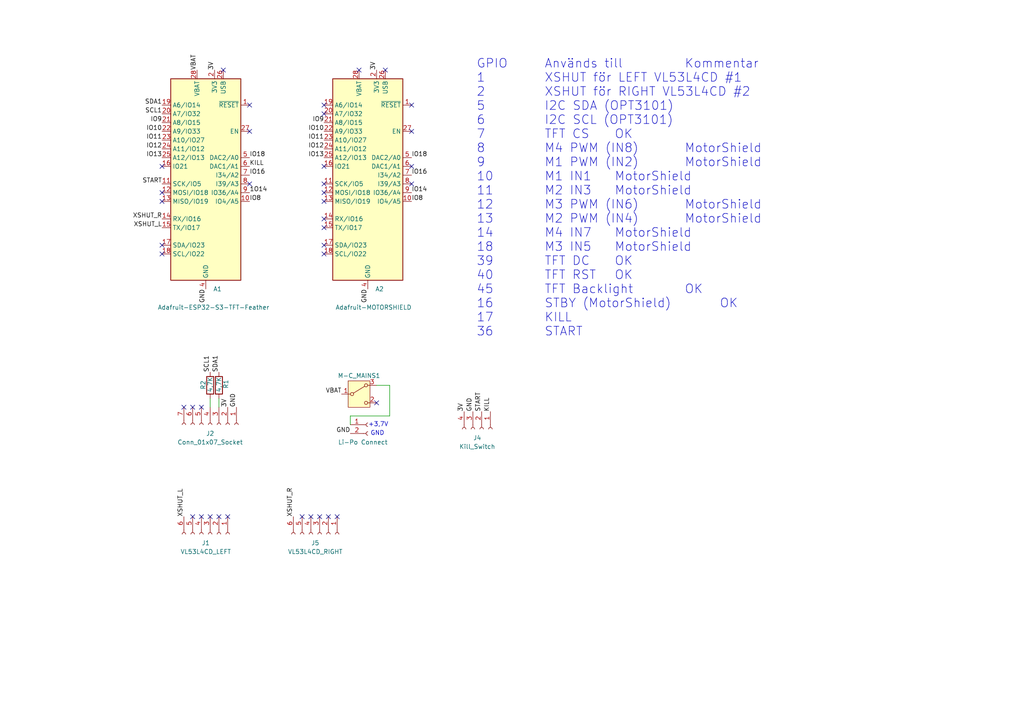
<source format=kicad_sch>
(kicad_sch (version 20250114) (generator "eeschema") (generator_version "9.0")
  (paper "A4")
  (title_block (title "Panzer_PCB") (date "2025-04-09") (rev "1") (company "Ghost Division Panzer"))
  (lib_symbols
    (symbol "Connector:Conn_01x02_Socket" (pin_names (offset 1.016) (hide yes))
      (property "Reference" "J" (at 0 2.54 0))
      (property "Value" "Conn_01x02_Socket" (at 0 -5.08 0))
      (symbol "Conn_01x02_Socket_1_1"
        (polyline (pts (xy -1.27 0) (xy -0.508 0)) (stroke (width 0.1524)))
        (polyline (pts (xy -1.27 -2.54) (xy -0.508 -2.54)) (stroke (width 0.1524)))
        (arc (start 0 -0.508) (mid -0.5058 0) (end 0 0.508) (stroke (width 0.1524)))
        (arc (start 0 -3.048) (mid -0.5058 -2.54) (end 0 -2.032) (stroke (width 0.1524)))
        (pin passive line (at -5.08 0 0) (length 3.81) (name "Pin_1") (number "1"))
        (pin passive line (at -5.08 -2.54 0) (length 3.81) (name "Pin_2") (number "2"))
      )
    )
    (symbol "Connector:Conn_01x04_Socket" (pin_names (offset 1.016) (hide yes))
      (property "Reference" "J" (at 0 5.08 0))
      (property "Value" "Conn_01x04_Socket" (at 0 -7.62 0))
      (symbol "Conn_01x04_Socket_1_1"
        (polyline (pts (xy -1.27 2.54) (xy -0.508 2.54)) (stroke (width 0.1524)))
        (polyline (pts (xy -1.27 0) (xy -0.508 0)) (stroke (width 0.1524)))
        (polyline (pts (xy -1.27 -2.54) (xy -0.508 -2.54)) (stroke (width 0.1524)))
        (polyline (pts (xy -1.27 -5.08) (xy -0.508 -5.08)) (stroke (width 0.1524)))
        (arc (start 0 2.032) (mid -0.5058 2.54) (end 0 3.048) (stroke (width 0.1524)))
        (arc (start 0 -0.508) (mid -0.5058 0) (end 0 0.508) (stroke (width 0.1524)))
        (arc (start 0 -3.048) (mid -0.5058 -2.54) (end 0 -2.032) (stroke (width 0.1524)))
        (arc (start 0 -5.588) (mid -0.5058 -5.08) (end 0 -4.572) (stroke (width 0.1524)))
        (pin passive line (at -5.08 2.54 0) (length 3.81) (name "Pin_1") (number "1"))
        (pin passive line (at -5.08 0 0) (length 3.81) (name "Pin_2") (number "2"))
        (pin passive line (at -5.08 -2.54 0) (length 3.81) (name "Pin_3") (number "3"))
        (pin passive line (at -5.08 -5.08 0) (length 3.81) (name "Pin_4") (number "4"))
      )
    )
    (symbol "Connector:Conn_01x06_Socket" (pin_names (offset 1.016) (hide yes))
      (property "Reference" "J" (at 0 7.62 0))
      (property "Value" "Conn_01x06_Socket" (at 0 -10.16 0))
      (symbol "Conn_01x06_Socket_1_1"
        (polyline (pts (xy -1.27 5.08) (xy -0.508 5.08)) (stroke (width 0.1524)))
        (polyline (pts (xy -1.27 2.54) (xy -0.508 2.54)) (stroke (width 0.1524)))
        (polyline (pts (xy -1.27 0) (xy -0.508 0)) (stroke (width 0.1524)))
        (polyline (pts (xy -1.27 -2.54) (xy -0.508 -2.54)) (stroke (width 0.1524)))
        (polyline (pts (xy -1.27 -5.08) (xy -0.508 -5.08)) (stroke (width 0.1524)))
        (polyline (pts (xy -1.27 -7.62) (xy -0.508 -7.62)) (stroke (width 0.1524)))
        (arc (start 0 4.572) (mid -0.5058 5.08) (end 0 5.588) (stroke (width 0.1524)))
        (arc (start 0 2.032) (mid -0.5058 2.54) (end 0 3.048) (stroke (width 0.1524)))
        (arc (start 0 -0.508) (mid -0.5058 0) (end 0 0.508) (stroke (width 0.1524)))
        (arc (start 0 -3.048) (mid -0.5058 -2.54) (end 0 -2.032) (stroke (width 0.1524)))
        (arc (start 0 -5.588) (mid -0.5058 -5.08) (end 0 -4.572) (stroke (width 0.1524)))
        (arc (start 0 -8.128) (mid -0.5058 -7.62) (end 0 -7.112) (stroke (width 0.1524)))
        (pin passive line (at -5.08 5.08 0) (length 3.81) (name "Pin_1") (number "1"))
        (pin passive line (at -5.08 2.54 0) (length 3.81) (name "Pin_2") (number "2"))
        (pin passive line (at -5.08 0 0) (length 3.81) (name "Pin_3") (number "3"))
        (pin passive line (at -5.08 -2.54 0) (length 3.81) (name "Pin_4") (number "4"))
        (pin passive line (at -5.08 -5.08 0) (length 3.81) (name "Pin_5") (number "5"))
        (pin passive line (at -5.08 -7.62 0) (length 3.81) (name "Pin_6") (number "6"))
      )
    )
    (symbol "Connector:Conn_01x07_Socket" (pin_names (offset 1.016) (hide yes))
      (property "Reference" "J" (at 0 10.16 0))
      (property "Value" "Conn_01x07_Socket" (at 0 -10.16 0))
      (symbol "Conn_01x07_Socket_1_1"
        (polyline (pts (xy -1.27 7.62) (xy -0.508 7.62)) (stroke (width 0.1524)))
        (polyline (pts (xy -1.27 5.08) (xy -0.508 5.08)) (stroke (width 0.1524)))
        (polyline (pts (xy -1.27 2.54) (xy -0.508 2.54)) (stroke (width 0.1524)))
        (polyline (pts (xy -1.27 0) (xy -0.508 0)) (stroke (width 0.1524)))
        (polyline (pts (xy -1.27 -2.54) (xy -0.508 -2.54)) (stroke (width 0.1524)))
        (polyline (pts (xy -1.27 -5.08) (xy -0.508 -5.08)) (stroke (width 0.1524)))
        (polyline (pts (xy -1.27 -7.62) (xy -0.508 -7.62)) (stroke (width 0.1524)))
        (arc (start 0 7.112) (mid -0.5058 7.62) (end 0 8.128) (stroke (width 0.1524)))
        (arc (start 0 4.572) (mid -0.5058 5.08) (end 0 5.588) (stroke (width 0.1524)))
        (arc (start 0 2.032) (mid -0.5058 2.54) (end 0 3.048) (stroke (width 0.1524)))
        (arc (start 0 -0.508) (mid -0.5058 0) (end 0 0.508) (stroke (width 0.1524)))
        (arc (start 0 -3.048) (mid -0.5058 -2.54) (end 0 -2.032) (stroke (width 0.1524)))
        (arc (start 0 -5.588) (mid -0.5058 -5.08) (end 0 -4.572) (stroke (width 0.1524)))
        (arc (start 0 -8.128) (mid -0.5058 -7.62) (end 0 -7.112) (stroke (width 0.1524)))
        (pin passive line (at -5.08 7.62 0) (length 3.81) (name "Pin_1") (number "1"))
        (pin passive line (at -5.08 5.08 0) (length 3.81) (name "Pin_2") (number "2"))
        (pin passive line (at -5.08 2.54 0) (length 3.81) (name "Pin_3") (number "3"))
        (pin passive line (at -5.08 0 0) (length 3.81) (name "Pin_4") (number "4"))
        (pin passive line (at -5.08 -2.54 0) (length 3.81) (name "Pin_5") (number "5"))
        (pin passive line (at -5.08 -5.08 0) (length 3.81) (name "Pin_6") (number "6"))
        (pin passive line (at -5.08 -7.62 0) (length 3.81) (name "Pin_7") (number "7"))
      )
    )
    (symbol "Device:R" (pin_numbers (hide yes)) (pin_names (offset 0))
      (property "Reference" "R" (at 2.032 0 90))
      (property "Value" "R" (at 0 0 90))
      (symbol "R_0_1"
        (rectangle (start -1.016 -2.54) (end 1.016 2.54) (stroke (width 0.254)))
      )
      (symbol "R_1_1"
        (pin passive line (at 0 3.81 270) (length 1.27) (name "~") (number "1"))
        (pin passive line (at 0 -3.81 90) (length 1.27) (name "~") (number "2"))
      )
    )
    (symbol "MCU_Module:Adafruit_Feather_HUZZAH32_ESP32"
      (property "Reference" "A" (at -10.16 29.21 0))
      (property "Value" "Adafruit_Feather_HUZZAH32_ESP32" (at 2.54 -31.75 0))
      (symbol "Adafruit_Feather_HUZZAH32_ESP32_0_1"
        (rectangle (start -10.16 27.94) (end 10.16 -30.48) (stroke (width 0.254)) (fill (type background)))
      )
      (symbol "Adafruit_Feather_HUZZAH32_ESP32_1_1"
        (pin bidirectional line (at -12.7 20.32 0) (length 2.54) (name "A6/IO14") (number "19"))
        (pin bidirectional line (at -12.7 17.78 0) (length 2.54) (name "A7/IO32") (number "20"))
        (pin bidirectional line (at -12.7 15.24 0) (length 2.54) (name "A8/IO15") (number "21"))
        (pin bidirectional line (at -12.7 12.7 0) (length 2.54) (name "A9/IO33") (number "22"))
        (pin bidirectional line (at -12.7 10.16 0) (length 2.54) (name "A10/IO27") (number "23"))
        (pin bidirectional line (at -12.7 7.62 0) (length 2.54) (name "A11/IO12") (number "24"))
        (pin bidirectional line (at -12.7 5.08 0) (length 2.54) (name "A12/IO13") (number "25"))
        (pin bidirectional line (at -12.7 2.54 0) (length 2.54) (name "IO21") (number "16"))
        (pin bidirectional line (at -12.7 -2.54 0) (length 2.54) (name "SCK/IO5") (number "11"))
        (pin bidirectional line (at -12.7 -5.08 0) (length 2.54) (name "MOSI/IO18") (number "12"))
        (pin bidirectional line (at -12.7 -7.62 0) (length 2.54) (name "MISO/IO19") (number "13"))
        (pin bidirectional line (at -12.7 -12.7 0) (length 2.54) (name "RX/IO16") (number "14"))
        (pin bidirectional line (at -12.7 -15.24 0) (length 2.54) (name "TX/IO17") (number "15"))
        (pin bidirectional line (at -12.7 -20.32 0) (length 2.54) (name "SDA/IO23") (number "17"))
        (pin bidirectional line (at -12.7 -22.86 0) (length 2.54) (name "SCL/IO22") (number "18"))
        (pin power_in line (at -2.54 30.48 270) (length 2.54) (name "VBAT") (number "28"))
        (pin power_in line (at 0 -33.02 90) (length 2.54) (name "GND") (number "4"))
        (pin power_in line (at 2.54 30.48 270) (length 2.54) (name "3V3") (number "2"))
        (pin power_in line (at 5.08 30.48 270) (length 2.54) (name "USB") (number "26"))
        (pin no_connect line (at 10.16 10.16 180) (length 2.54) (hide yes) (name "NC") (number "3"))
        (pin input line (at 12.7 20.32 180) (length 2.54) (name "~{RESET}") (number "1"))
        (pin input line (at 12.7 12.7 180) (length 2.54) (name "EN") (number "27"))
        (pin bidirectional line (at 12.7 5.08 180) (length 2.54) (name "DAC2/A0") (number "5"))
        (pin bidirectional line (at 12.7 2.54 180) (length 2.54) (name "DAC1/A1") (number "6"))
        (pin bidirectional line (at 12.7 0 180) (length 2.54) (name "I34/A2") (number "7"))
        (pin bidirectional line (at 12.7 -2.54 180) (length 2.54) (name "I39/A3") (number "8"))
        (pin bidirectional line (at 12.7 -5.08 180) (length 2.54) (name "IO36/A4") (number "9"))
        (pin bidirectional line (at 12.7 -7.62 180) (length 2.54) (name "IO4/A5") (number "10"))
      )
    )
    (symbol "Switch:SW_Wuerth_450301014042" (pin_names (offset 1) (hide yes))
      (property "Reference" "SW" (at 0 5.08 0))
      (property "Value" "SW_Wuerth_450301014042" (at 0 -5.08 0))
      (symbol "SW_Wuerth_450301014042_0_1"
        (circle (center -2.032 0) (radius 0.4572))
        (polyline (pts (xy -1.651 0.254) (xy 1.651 2.286)))
        (circle (center 2.032 2.54) (radius 0.4572))
        (circle (center 2.032 -2.54) (radius 0.4572))
      )
      (symbol "SW_Wuerth_450301014042_1_1"
        (rectangle (start -3.175 3.81) (end 3.175 -3.81) (fill (type background)))
        (pin passive line (at -5.08 0 0) (length 2.54) (name "B") (number "1"))
        (pin passive line (at 5.08 2.54 180) (length 2.54) (name "A") (number "3"))
        (pin passive line (at 5.08 -2.54 180) (length 2.54) (name "C") (number "2"))
      )
    )
  )
  (text "+3,7V" (at 109.728 123.19 0) (effects (font (size 1.27 1.27))))
  (text "GND" (at 109.474 125.73 0) (effects (font (size 1.27 1.27))))
  (text "GPIO	Används till	Kommentar\n1		XSHUT för LEFT VL53L4CD #1\n2		XSHUT för RIGHT VL53L4CD #2\n5		I2C SDA (OPT3101)	 \n6		I2C SCL (OPT3101)\n7		TFT CS	OK\n8		M4 PWM (IN8)	MotorShield\n9		M1 PWM (IN2)	MotorShield\n10		M1 IN1	MotorShield\n11		M2 IN3	MotorShield\n12		M3 PWM (IN6)	MotorShield\n13		M2 PWM (IN4)	MotorShield\n14		M4 IN7	MotorShield\n18		M3 IN5	MotorShield\n39		TFT DC	OK\n40		TFT RST	OK\n45		TFT Backlight	OK\n16		STBY (MotorShield)	OK\n17		KILL\n36		START" (at 138.176 57.404 0) (effects (font (size 2.54 2.54)) (justify left)))
  (no_connect (at 58.42 118.11))
  (no_connect (at 93.98 33.02))
  (no_connect (at 53.34 118.11))
  (no_connect (at 46.99 73.66))
  (no_connect (at 90.17 149.86))
  (no_connect (at 46.99 55.88))
  (no_connect (at 93.98 58.42))
  (no_connect (at 66.04 149.86))
  (no_connect (at 97.79 149.86))
  (no_connect (at 93.98 55.88))
  (no_connect (at 95.25 149.86))
  (no_connect (at 64.77 20.32))
  (no_connect (at 93.98 30.48))
  (no_connect (at 111.76 20.32))
  (no_connect (at 55.88 149.86))
  (no_connect (at 58.42 149.86))
  (no_connect (at 87.63 149.86))
  (no_connect (at 93.98 63.5))
  (no_connect (at 119.38 30.48))
  (no_connect (at 46.99 58.42))
  (no_connect (at 46.99 48.26))
  (no_connect (at 72.39 38.1))
  (no_connect (at 93.98 73.66))
  (no_connect (at 92.71 149.86))
  (no_connect (at 93.98 53.34))
  (no_connect (at 104.14 20.32))
  (no_connect (at 93.98 71.12))
  (no_connect (at 63.5 149.86))
  (no_connect (at 109.22 116.84))
  (no_connect (at 119.38 38.1))
  (no_connect (at 72.39 30.48))
  (no_connect (at 60.96 149.86))
  (no_connect (at 46.99 71.12))
  (no_connect (at 72.39 53.34))
  (no_connect (at 119.38 48.26))
  (no_connect (at 55.88 118.11))
  (no_connect (at 93.98 66.04))
  (no_connect (at 119.38 53.34))
  (no_connect (at 93.98 48.26))
  (wire (pts (xy 63.5 115.57) (xy 63.5 118.11)))
  (wire (pts (xy 109.22 111.76) (xy 113.03 111.76)))
  (wire (pts (xy 101.6 123.19) (xy 101.6 120.65)))
  (wire (pts (xy 60.96 115.57) (xy 60.96 118.11)))
  (wire (pts (xy 113.03 120.65) (xy 113.03 111.76)))
  (wire (pts (xy 101.6 120.65) (xy 113.03 120.65)))
  (label "IO16" (at 119.38 50.8 0))
  (label "IO12" (at 93.98 43.18 180))
  (label "IO13" (at 46.99 45.72 180))
  (label "VBAT" (at 57.15 20.32 90))
  (label "IO12" (at 46.99 43.18 180))
  (label "GND" (at 137.16 119.38 90))
  (label "3V" (at 66.04 118.11 90))
  (label "IO11" (at 46.99 40.64 180))
  (label "GND" (at 59.69 83.82 270))
  (label "IO10" (at 93.98 38.1 180))
  (label "IO18" (at 72.39 45.72 0))
  (label "IO13" (at 93.98 45.72 180))
  (label "IO10" (at 46.99 38.1 180))
  (label "SDA1" (at 63.5 107.95 90))
  (label "SDA1" (at 46.99 30.48 180))
  (label "SCL1" (at 46.99 33.02 180))
  (label "IO16" (at 72.39 50.8 0))
  (label "3V" (at 109.22 20.32 90))
  (label "1O14" (at 72.39 55.88 0))
  (label "3V" (at 134.62 119.38 90))
  (label "START" (at 139.7 119.38 90))
  (label "KILL" (at 72.39 48.26 0))
  (label "XSHUT_R" (at 46.99 63.5 180))
  (label "XSHUT_L" (at 53.34 149.86 90))
  (label "VBAT" (at 99.06 114.3 180))
  (label "KILL" (at 142.24 119.38 90))
  (label "XSHUT_R" (at 85.09 149.86 90))
  (label "IO11" (at 93.98 40.64 180))
  (label "START" (at 46.99 53.34 180))
  (label "IO9" (at 46.99 35.56 180))
  (label "IO8" (at 119.38 58.42 0))
  (label "3V" (at 62.23 20.32 90))
  (label "GND" (at 106.68 83.82 270))
  (label "GND" (at 68.58 118.11 90))
  (label "SCL1" (at 60.96 107.95 90))
  (label "IO8" (at 72.39 58.42 0))
  (label "GND" (at 101.6 125.73 180))
  (label "IO18" (at 119.38 45.72 0))
  (label "XSHUT_L" (at 46.99 66.04 180))
  (label "IO14" (at 119.38 55.88 0))
  (label "IO9" (at 93.98 35.56 180))
  (symbol (lib_id "MCU_Module:Adafruit_Feather_HUZZAH32_ESP32") (at 59.69 50.8 0) (unit 1)
    (property "Reference" "A1" (at 61.8333 83.82 0) (effects (justify left)))
    (property "Value" "Adafruit-ESP32-S3-TFT-Feather" (at 45.72 89.154 0) (effects (justify left)))
    (property "Footprint" "Module:Adafruit_Feather_WithMountingHoles" (effects (hide yes)))
    (property "Datasheet" "https://cdn-learn.adafruit.com/downloads/pdf/adafruit-huzzah32-esp32-feather.pdf" (effects (hide yes)))
    (property "Description" "Microcontroller module with ESP32 MCU" (effects (hide yes)))
  )
  (symbol (lib_id "Connector:Conn_01x02_Socket") (at 106.68 123.19 0) (unit 1)
    (property "Reference" "J3" (effects (hide yes)))
    (property "Value" "Li-Po Connect" (at 98.044 128.27 0) (effects (justify left)))
    (property "Footprint" "Connector_PinHeader_2.54mm:PinHeader_1x02_P2.54mm_Vertical" (effects (hide yes)))
    (property "Description" "Generic connector, single row, 01x02, script generated" (effects (hide yes)))
  )
  (symbol (lib_id "Connector:Conn_01x04_Socket") (at 139.7 124.46 270) (unit 1)
    (property "Reference" "J4" (at 138.43 127 90))
    (property "Value" "Kill_Switch" (at 138.43 129.54 90))
    (property "Footprint" "Connector_PinHeader_2.54mm:PinHeader_1x04_P2.54mm_Vertical" (effects (hide yes)))
    (property "Description" "Generic connector, single row, 01x04, script generated" (effects (hide yes)))
  )
  (symbol (lib_id "Connector:Conn_01x06_Socket") (at 60.96 154.94 270) (unit 1)
    (property "Reference" "J1" (at 59.69 157.48 90))
    (property "Value" "VL53L4CD_LEFT" (at 59.69 160.02 90))
    (property "Footprint" "Connector_PinHeader_2.54mm:PinHeader_1x06_P2.54mm_Vertical" (effects (hide yes)))
    (property "Description" "Generic connector, single row, 01x06, script generated" (effects (hide yes)))
  )
  (symbol (lib_id "Switch:SW_Wuerth_450301014042") (at 104.14 114.3 0) (unit 1)
    (property "Reference" "M-C_MAINS1" (at 104.14 108.966 0))
    (property "Value" "SW_Wuerth_450301014042" (effects (hide yes)))
    (property "Footprint" "Button_Switch_THT:SW_Slide-03_Wuerth-WS-SLTV_10x2.5x6.4_P2.54mm" (effects (hide yes)))
    (property "Datasheet" "https://www.we-online.com/components/products/datasheet/450301014042.pdf" (effects (hide yes)))
    (property "Description" "Switch slide, single pole double throw" (effects (hide yes)))
  )
  (symbol (lib_id "Connector:Conn_01x07_Socket") (at 60.96 123.19 270) (unit 1)
    (property "Reference" "J2" (at 60.96 125.73 90))
    (property "Value" "Conn_01x07_Socket" (at 60.96 128.27 90))
    (property "Footprint" "Connector_PinSocket_2.54mm:PinSocket_1x07_P2.54mm_Vertical" (effects (hide yes)))
    (property "Description" "Generic connector, single row, 01x07, script generated" (effects (hide yes)))
  )
  (symbol (lib_id "Connector:Conn_01x06_Socket") (at 92.71 154.94 270) (unit 1)
    (property "Reference" "J5" (at 91.44 157.48 90))
    (property "Value" "VL53L4CD_RIGHT" (at 91.44 160.02 90))
    (property "Footprint" "Connector_PinHeader_2.54mm:PinHeader_1x06_P2.54mm_Vertical" (effects (hide yes)))
    (property "Description" "Generic connector, single row, 01x06, script generated" (effects (hide yes)))
  )
  (symbol (lib_id "Device:R") (at 63.5 111.76 0) (unit 1)
    (property "Reference" "R1" (at 65.532 112.776 90) (effects (justify left)))
    (property "Value" "4,7K" (at 63.5 113.792 90) (effects (justify left)))
    (property "Footprint" "Resistor_THT:R_Axial_DIN0414_L11.9mm_D4.5mm_P15.24mm_Horizontal" (effects (hide yes)))
    (property "Description" "Resistor" (effects (hide yes)))
  )
  (symbol (lib_id "MCU_Module:Adafruit_Feather_HUZZAH32_ESP32") (at 106.68 50.8 0) (unit 1)
    (property "Reference" "A2" (at 108.8233 83.82 0) (effects (justify left)))
    (property "Value" "Adafruit-MOTORSHIELD" (at 97.282 89.154 0) (effects (justify left)))
    (property "Footprint" "Module:Adafruit_Feather_WithMountingHoles" (effects (hide yes)))
    (property "Datasheet" "https://cdn-learn.adafruit.com/downloads/pdf/adafruit-huzzah32-esp32-feather.pdf" (effects (hide yes)))
    (property "Description" "Microcontroller module with ESP32 MCU" (effects (hide yes)))
  )
  (symbol (lib_id "Device:R") (at 60.96 111.76 0) (unit 1)
    (property "Reference" "R2" (at 58.928 113.03 90) (effects (justify left)))
    (property "Value" "4,7K" (at 60.96 113.792 90) (effects (justify left)))
    (property "Footprint" "Resistor_THT:R_Axial_DIN0414_L11.9mm_D4.5mm_P15.24mm_Horizontal" (effects (hide yes)))
    (property "Description" "Resistor" (effects (hide yes)))
  )
)
</source>
